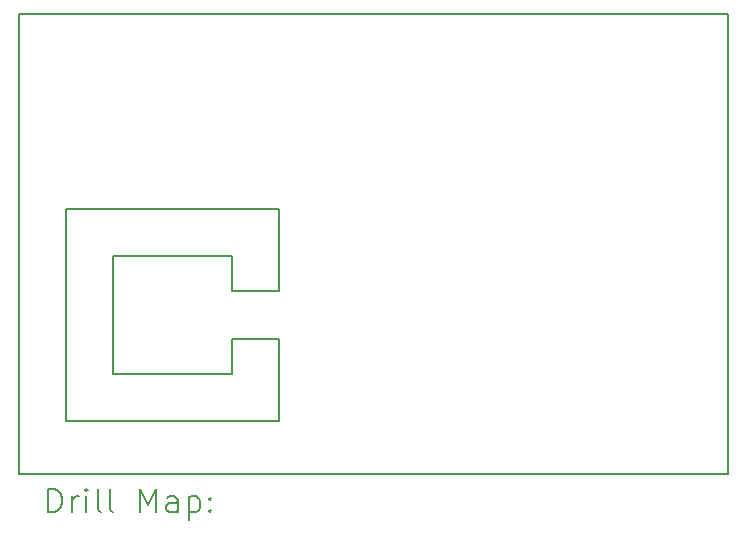
<source format=gbr>
%FSLAX45Y45*%
G04 Gerber Fmt 4.5, Leading zero omitted, Abs format (unit mm)*
G04 Created by KiCad (PCBNEW 6.0.0-d3dd2cf0fa~116~ubuntu21.10.1) date 2022-02-03 21:45:13*
%MOMM*%
%LPD*%
G01*
G04 APERTURE LIST*
%TA.AperFunction,Profile*%
%ADD10C,0.200000*%
%TD*%
%ADD11C,0.200000*%
G04 APERTURE END LIST*
D10*
X9300000Y-11550000D02*
X8300000Y-11550000D01*
X7500000Y-8500000D02*
X13500000Y-8500000D01*
X13500000Y-8500000D02*
X13500000Y-12400000D01*
X13500000Y-12400000D02*
X7500000Y-12400000D01*
X7500000Y-12400000D02*
X7500000Y-8500000D01*
X8300000Y-11550000D02*
X8300000Y-10550000D01*
X9700000Y-10850000D02*
X9700000Y-10150000D01*
X9300000Y-10550000D02*
X9300000Y-10850000D01*
X9700000Y-11950000D02*
X9700000Y-11250000D01*
X9700000Y-10150000D02*
X7900000Y-10150000D01*
X8300000Y-10550000D02*
X9300000Y-10550000D01*
X9300000Y-11250000D02*
X9300000Y-11550000D01*
X7900000Y-10150000D02*
X7900000Y-11950000D01*
X7900000Y-11950000D02*
X9700000Y-11950000D01*
X9700000Y-11250000D02*
X9300000Y-11250000D01*
X9300000Y-10850000D02*
X9700000Y-10850000D01*
D11*
X7747619Y-12720476D02*
X7747619Y-12520476D01*
X7795238Y-12520476D01*
X7823809Y-12530000D01*
X7842857Y-12549048D01*
X7852381Y-12568095D01*
X7861905Y-12606190D01*
X7861905Y-12634762D01*
X7852381Y-12672857D01*
X7842857Y-12691905D01*
X7823809Y-12710952D01*
X7795238Y-12720476D01*
X7747619Y-12720476D01*
X7947619Y-12720476D02*
X7947619Y-12587143D01*
X7947619Y-12625238D02*
X7957143Y-12606190D01*
X7966667Y-12596667D01*
X7985714Y-12587143D01*
X8004762Y-12587143D01*
X8071428Y-12720476D02*
X8071428Y-12587143D01*
X8071428Y-12520476D02*
X8061905Y-12530000D01*
X8071428Y-12539524D01*
X8080952Y-12530000D01*
X8071428Y-12520476D01*
X8071428Y-12539524D01*
X8195238Y-12720476D02*
X8176190Y-12710952D01*
X8166667Y-12691905D01*
X8166667Y-12520476D01*
X8300000Y-12720476D02*
X8280952Y-12710952D01*
X8271428Y-12691905D01*
X8271428Y-12520476D01*
X8528571Y-12720476D02*
X8528571Y-12520476D01*
X8595238Y-12663333D01*
X8661905Y-12520476D01*
X8661905Y-12720476D01*
X8842857Y-12720476D02*
X8842857Y-12615714D01*
X8833333Y-12596667D01*
X8814286Y-12587143D01*
X8776190Y-12587143D01*
X8757143Y-12596667D01*
X8842857Y-12710952D02*
X8823810Y-12720476D01*
X8776190Y-12720476D01*
X8757143Y-12710952D01*
X8747619Y-12691905D01*
X8747619Y-12672857D01*
X8757143Y-12653809D01*
X8776190Y-12644286D01*
X8823810Y-12644286D01*
X8842857Y-12634762D01*
X8938095Y-12587143D02*
X8938095Y-12787143D01*
X8938095Y-12596667D02*
X8957143Y-12587143D01*
X8995238Y-12587143D01*
X9014286Y-12596667D01*
X9023810Y-12606190D01*
X9033333Y-12625238D01*
X9033333Y-12682381D01*
X9023810Y-12701428D01*
X9014286Y-12710952D01*
X8995238Y-12720476D01*
X8957143Y-12720476D01*
X8938095Y-12710952D01*
X9119048Y-12701428D02*
X9128571Y-12710952D01*
X9119048Y-12720476D01*
X9109524Y-12710952D01*
X9119048Y-12701428D01*
X9119048Y-12720476D01*
X9119048Y-12596667D02*
X9128571Y-12606190D01*
X9119048Y-12615714D01*
X9109524Y-12606190D01*
X9119048Y-12596667D01*
X9119048Y-12615714D01*
M02*

</source>
